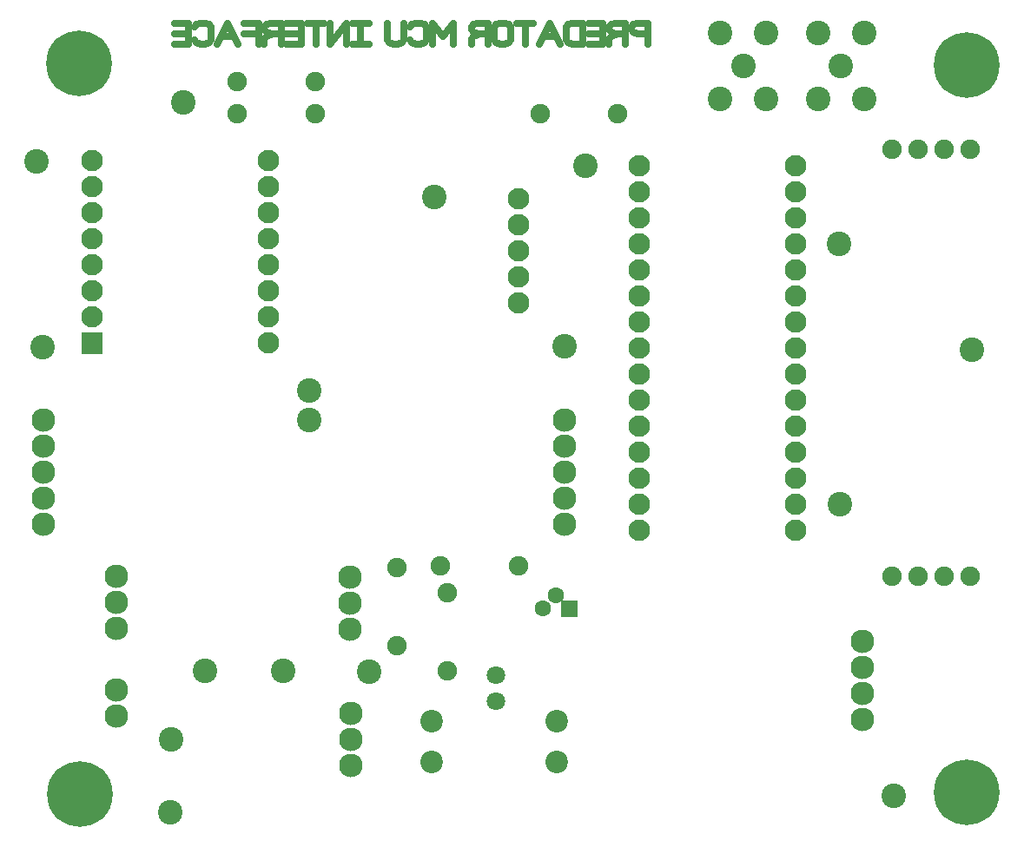
<source format=gbr>
%FSLAX34Y34*%
%MOMM*%
%LNSOLDERMASK_BOTTOM*%
G71*
G01*
%ADD10C, 2.100*%
%ADD11C, 2.100*%
%ADD12C, 1.900*%
%ADD13C, 2.200*%
%ADD14C, 2.300*%
%ADD15C, 2.400*%
%ADD16C, 1.800*%
%ADD17C, 2.300*%
%ADD18C, 1.600*%
%ADD19C, 2.400*%
%ADD20C, 0.656*%
%ADD21C, 1.900*%
%ADD22C, 6.400*%
%ADD23C, 6.400*%
%ADD24C, 2.400*%
%LPD*%
X252412Y678200D02*
G54D10*
D03*
X252412Y652800D02*
G54D10*
D03*
X252412Y627400D02*
G54D10*
D03*
X252412Y602000D02*
G54D10*
D03*
X252412Y576600D02*
G54D10*
D03*
X252412Y551200D02*
G54D10*
D03*
X252412Y525800D02*
G54D10*
D03*
X252412Y500400D02*
G54D10*
D03*
X80962Y678200D02*
G54D11*
D03*
X80962Y678200D02*
G54D10*
D03*
X80962Y652800D02*
G54D10*
D03*
X80962Y627400D02*
G54D10*
D03*
X80962Y602000D02*
G54D10*
D03*
X80962Y576600D02*
G54D10*
D03*
X80962Y551200D02*
G54D10*
D03*
X80962Y525800D02*
G54D10*
D03*
G36*
X91462Y510900D02*
X91462Y489900D01*
X70462Y489900D01*
X70462Y510900D01*
X91462Y510900D01*
G37*
X614362Y317837D02*
G54D10*
D03*
X614362Y343237D02*
G54D10*
D03*
X614362Y368637D02*
G54D10*
D03*
X614362Y394037D02*
G54D10*
D03*
X614362Y419437D02*
G54D10*
D03*
X614362Y444837D02*
G54D10*
D03*
X614362Y470237D02*
G54D10*
D03*
X614362Y495637D02*
G54D10*
D03*
X614362Y521037D02*
G54D10*
D03*
X614362Y546437D02*
G54D10*
D03*
X614362Y571837D02*
G54D10*
D03*
X614362Y597237D02*
G54D10*
D03*
X614362Y622637D02*
G54D10*
D03*
X614362Y648037D02*
G54D10*
D03*
X614362Y673437D02*
G54D10*
D03*
X766762Y317837D02*
G54D11*
D03*
X766762Y317837D02*
G54D10*
D03*
X766762Y343237D02*
G54D10*
D03*
X766762Y368637D02*
G54D10*
D03*
X766762Y394037D02*
G54D10*
D03*
X766762Y419437D02*
G54D10*
D03*
X766762Y444837D02*
G54D10*
D03*
X766762Y470237D02*
G54D10*
D03*
X766762Y495637D02*
G54D10*
D03*
X766762Y521037D02*
G54D10*
D03*
X766762Y546437D02*
G54D10*
D03*
X766762Y571837D02*
G54D10*
D03*
X766762Y597237D02*
G54D10*
D03*
X766762Y622637D02*
G54D10*
D03*
X766762Y648037D02*
G54D10*
D03*
X766762Y673437D02*
G54D10*
D03*
X860424Y688975D02*
G54D12*
D03*
X885824Y688975D02*
G54D12*
D03*
X911224Y688975D02*
G54D12*
D03*
X936624Y688975D02*
G54D12*
D03*
X496887Y539750D02*
G54D10*
D03*
X496887Y565150D02*
G54D10*
D03*
X496887Y590550D02*
G54D10*
D03*
X496887Y615950D02*
G54D10*
D03*
X496887Y641351D02*
G54D10*
D03*
X412261Y91458D02*
G54D13*
D03*
X412261Y131458D02*
G54D13*
D03*
X332654Y221507D02*
G54D14*
D03*
X332654Y246907D02*
G54D14*
D03*
X332654Y272307D02*
G54D14*
D03*
X267443Y180908D02*
G54D15*
D03*
X191243Y180908D02*
G54D15*
D03*
X332942Y88499D02*
G54D14*
D03*
X332942Y113899D02*
G54D14*
D03*
X332942Y139299D02*
G54D14*
D03*
X474663Y176212D02*
G54D16*
D03*
X474662Y150812D02*
G54D16*
D03*
X860424Y273050D02*
G54D12*
D03*
X885824Y273050D02*
G54D12*
D03*
X911224Y273050D02*
G54D12*
D03*
X936624Y273050D02*
G54D12*
D03*
X831850Y209550D02*
G54D17*
D03*
X831850Y184150D02*
G54D17*
D03*
X831850Y158750D02*
G54D17*
D03*
X831850Y133350D02*
G54D17*
D03*
X534237Y131583D02*
G54D13*
D03*
X534237Y91583D02*
G54D13*
D03*
X158342Y113899D02*
G54D15*
D03*
X561975Y673100D02*
G54D15*
D03*
X809625Y342900D02*
G54D15*
D03*
X169862Y735013D02*
G54D15*
D03*
X104775Y222250D02*
G54D14*
D03*
X104775Y247650D02*
G54D14*
D03*
X104775Y273050D02*
G54D14*
D03*
X541338Y496888D02*
G54D15*
D03*
X33568Y424960D02*
G54D14*
D03*
X33568Y399560D02*
G54D14*
D03*
X33568Y374160D02*
G54D14*
D03*
X33568Y348760D02*
G54D14*
D03*
X33568Y323360D02*
G54D14*
D03*
X541568Y424960D02*
G54D14*
D03*
X541568Y399560D02*
G54D14*
D03*
X541568Y374160D02*
G54D14*
D03*
X541568Y348760D02*
G54D14*
D03*
X541568Y323360D02*
G54D14*
D03*
X809288Y597237D02*
G54D15*
D03*
X104775Y136525D02*
G54D14*
D03*
X104775Y161925D02*
G54D14*
D03*
X520700Y241300D02*
G54D18*
D03*
X533400Y254000D02*
G54D18*
D03*
G36*
X538100Y249300D02*
X554100Y249300D01*
X554100Y233300D01*
X538100Y233300D01*
X538100Y249300D01*
G37*
X810987Y770638D02*
G54D15*
D03*
X715738Y770638D02*
G54D15*
D03*
X292505Y425652D02*
G54D19*
D03*
X292505Y454227D02*
G54D19*
D03*
X32847Y496397D02*
G54D15*
D03*
G54D20*
X623134Y791942D02*
X623134Y812386D01*
X612912Y812386D01*
X608823Y811109D01*
X606779Y808553D01*
X606779Y805997D01*
X608823Y803442D01*
X612912Y802164D01*
X623134Y802164D01*
G54D20*
X592978Y802164D02*
X586845Y799609D01*
X584801Y797053D01*
X584801Y791942D01*
G54D20*
X601156Y791942D02*
X601156Y812386D01*
X590934Y812386D01*
X586845Y811109D01*
X584801Y808553D01*
X584801Y805997D01*
X586845Y803442D01*
X590934Y802164D01*
X601156Y802164D01*
G54D20*
X564867Y791942D02*
X579178Y791942D01*
X579178Y812386D01*
X564867Y812386D01*
G54D20*
X579178Y802164D02*
X564867Y802164D01*
G54D20*
X559245Y791942D02*
X559245Y812386D01*
X549023Y812386D01*
X544934Y811109D01*
X542890Y808553D01*
X542890Y795775D01*
X544934Y793220D01*
X549023Y791942D01*
X559245Y791942D01*
G54D20*
X537267Y791942D02*
X527045Y812386D01*
X516823Y791942D01*
G54D20*
X533178Y799609D02*
X520912Y799609D01*
G54D20*
X503023Y791942D02*
X503023Y812386D01*
G54D20*
X511201Y812386D02*
X494846Y812386D01*
G54D20*
X472868Y808553D02*
X472868Y795775D01*
X474912Y793220D01*
X479001Y791942D01*
X483090Y791942D01*
X487179Y793220D01*
X489223Y795775D01*
X489223Y808553D01*
X487179Y811109D01*
X483090Y812386D01*
X479001Y812386D01*
X474912Y811109D01*
X472868Y808553D01*
G54D20*
X459067Y802164D02*
X452934Y799609D01*
X450890Y797053D01*
X450890Y791942D01*
G54D20*
X467245Y791942D02*
X467245Y812386D01*
X457023Y812386D01*
X452934Y811109D01*
X450890Y808553D01*
X450890Y805997D01*
X452934Y803442D01*
X457023Y802164D01*
X467245Y802164D01*
G54D20*
X433205Y791942D02*
X433205Y812386D01*
X422983Y799609D01*
X412761Y812386D01*
X412761Y791942D01*
G54D20*
X390784Y795775D02*
X392828Y793220D01*
X396917Y791942D01*
X401006Y791942D01*
X405095Y793220D01*
X407139Y795775D01*
X407139Y808553D01*
X405095Y811109D01*
X401006Y812386D01*
X396917Y812386D01*
X392828Y811109D01*
X390784Y808553D01*
G54D20*
X385161Y812386D02*
X385161Y795775D01*
X383117Y793220D01*
X379028Y791942D01*
X374939Y791942D01*
X370850Y793220D01*
X368806Y795775D01*
X368806Y812386D01*
G54D20*
X351121Y791942D02*
X334766Y791942D01*
G54D20*
X342943Y791942D02*
X342943Y812386D01*
G54D20*
X351121Y812386D02*
X334766Y812386D01*
G54D20*
X329143Y791942D02*
X329143Y812386D01*
X312788Y791942D01*
X312788Y812386D01*
G54D20*
X298987Y791942D02*
X298987Y812386D01*
G54D20*
X307165Y812386D02*
X290810Y812386D01*
G54D20*
X270876Y791942D02*
X285187Y791942D01*
X285187Y812386D01*
X270876Y812386D01*
G54D20*
X285187Y802164D02*
X270876Y802164D01*
G54D20*
X257076Y802164D02*
X250943Y799609D01*
X248899Y797053D01*
X248899Y791942D01*
G54D20*
X265254Y791942D02*
X265254Y812386D01*
X255032Y812386D01*
X250943Y811109D01*
X248899Y808553D01*
X248899Y805997D01*
X250943Y803442D01*
X255032Y802164D01*
X265254Y802164D01*
G54D20*
X243276Y791942D02*
X243276Y812386D01*
X228965Y812386D01*
G54D20*
X243276Y802164D02*
X228965Y802164D01*
G54D20*
X223343Y791942D02*
X213121Y812386D01*
X202899Y791942D01*
G54D20*
X219254Y799609D02*
X206988Y799609D01*
G54D20*
X180922Y795775D02*
X182966Y793220D01*
X187055Y791942D01*
X191144Y791942D01*
X195233Y793220D01*
X197277Y795775D01*
X197277Y808553D01*
X195233Y811109D01*
X191144Y812386D01*
X187055Y812386D01*
X182966Y811109D01*
X180922Y808553D01*
G54D20*
X160988Y791942D02*
X175299Y791942D01*
X175299Y812386D01*
X160988Y812386D01*
G54D20*
X175299Y802164D02*
X160988Y802164D01*
X862013Y58738D02*
G54D15*
D03*
X157163Y42863D02*
G54D15*
D03*
X350838Y179388D02*
G54D15*
D03*
X26988Y677863D02*
G54D15*
D03*
X938213Y493713D02*
G54D15*
D03*
X414338Y642938D02*
G54D15*
D03*
X298250Y755650D02*
G54D21*
D03*
X222250Y755650D02*
G54D21*
D03*
X68734Y60358D02*
G54D22*
D03*
X933922Y61946D02*
G54D23*
D03*
X933450Y771524D02*
G54D23*
D03*
X68262Y773112D02*
G54D22*
D03*
X738238Y738138D02*
G54D24*
D03*
X738238Y803138D02*
G54D24*
D03*
X693238Y803138D02*
G54D24*
D03*
X693238Y738138D02*
G54D24*
D03*
X833488Y738138D02*
G54D24*
D03*
X833488Y803138D02*
G54D24*
D03*
X788488Y803138D02*
G54D24*
D03*
X788488Y738138D02*
G54D24*
D03*
X298250Y723900D02*
G54D21*
D03*
X222250Y723900D02*
G54D21*
D03*
X593525Y723900D02*
G54D21*
D03*
X517525Y723900D02*
G54D21*
D03*
X378371Y205084D02*
G54D21*
D03*
X378371Y281084D02*
G54D21*
D03*
X427000Y180386D02*
G54D21*
D03*
X427000Y256386D02*
G54D21*
D03*
X496888Y282575D02*
G54D21*
D03*
X420888Y282575D02*
G54D21*
D03*
M02*

</source>
